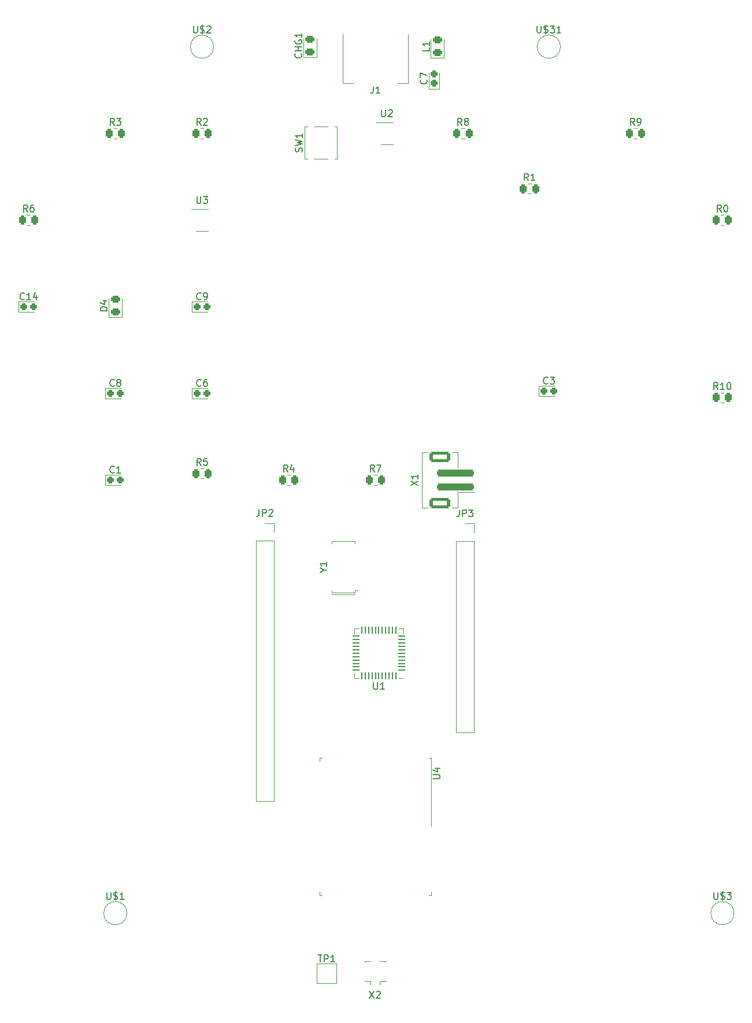
<source format=gbr>
%TF.GenerationSoftware,KiCad,Pcbnew,6.0.11-2627ca5db0~126~ubuntu20.04.1*%
%TF.CreationDate,2023-02-12T02:05:53+01:00*%
%TF.ProjectId,HeadTracker_LoRa,48656164-5472-4616-936b-65725f4c6f52,rev?*%
%TF.SameCoordinates,Original*%
%TF.FileFunction,Legend,Top*%
%TF.FilePolarity,Positive*%
%FSLAX46Y46*%
G04 Gerber Fmt 4.6, Leading zero omitted, Abs format (unit mm)*
G04 Created by KiCad (PCBNEW 6.0.11-2627ca5db0~126~ubuntu20.04.1) date 2023-02-12 02:05:53*
%MOMM*%
%LPD*%
G01*
G04 APERTURE LIST*
G04 Aperture macros list*
%AMRoundRect*
0 Rectangle with rounded corners*
0 $1 Rounding radius*
0 $2 $3 $4 $5 $6 $7 $8 $9 X,Y pos of 4 corners*
0 Add a 4 corners polygon primitive as box body*
4,1,4,$2,$3,$4,$5,$6,$7,$8,$9,$2,$3,0*
0 Add four circle primitives for the rounded corners*
1,1,$1+$1,$2,$3*
1,1,$1+$1,$4,$5*
1,1,$1+$1,$6,$7*
1,1,$1+$1,$8,$9*
0 Add four rect primitives between the rounded corners*
20,1,$1+$1,$2,$3,$4,$5,0*
20,1,$1+$1,$4,$5,$6,$7,0*
20,1,$1+$1,$6,$7,$8,$9,0*
20,1,$1+$1,$8,$9,$2,$3,0*%
G04 Aperture macros list end*
%ADD10C,0.150000*%
%ADD11C,0.120000*%
%ADD12C,0.100000*%
%ADD13R,3.800000X1.400000*%
%ADD14R,1.050000X2.200000*%
%ADD15R,1.000000X1.000000*%
%ADD16RoundRect,0.250000X2.500000X-0.250000X2.500000X0.250000X-2.500000X0.250000X-2.500000X-0.250000X0*%
%ADD17RoundRect,0.250000X1.250000X-0.550000X1.250000X0.550000X-1.250000X0.550000X-1.250000X-0.550000X0*%
%ADD18R,1.000000X2.500000*%
%ADD19R,1.060000X0.650000*%
%ADD20RoundRect,0.062500X0.475000X0.062500X-0.475000X0.062500X-0.475000X-0.062500X0.475000X-0.062500X0*%
%ADD21RoundRect,0.062500X0.062500X0.475000X-0.062500X0.475000X-0.062500X-0.475000X0.062500X-0.475000X0*%
%ADD22R,5.200000X5.200000*%
%ADD23C,3.000000*%
%ADD24R,2.500000X2.500000*%
%ADD25R,1.400000X1.600000*%
%ADD26RoundRect,0.250000X-0.262500X-0.450000X0.262500X-0.450000X0.262500X0.450000X-0.262500X0.450000X0*%
%ADD27RoundRect,0.243750X0.456250X-0.243750X0.456250X0.243750X-0.456250X0.243750X-0.456250X-0.243750X0*%
%ADD28R,1.700000X1.700000*%
%ADD29O,1.700000X1.700000*%
%ADD30O,0.800000X1.400000*%
%ADD31R,0.300000X0.700000*%
%ADD32O,0.950000X0.650000*%
%ADD33C,0.650000*%
%ADD34RoundRect,0.250000X-0.287500X-0.275000X0.287500X-0.275000X0.287500X0.275000X-0.287500X0.275000X0*%
%ADD35RoundRect,0.250000X0.275000X-0.287500X0.275000X0.287500X-0.275000X0.287500X-0.275000X-0.287500X0*%
G04 APERTURE END LIST*
D10*
%TO.C,Y1*%
X144798971Y-114824054D02*
X145275161Y-114824054D01*
X144275161Y-115157387D02*
X144798971Y-114824054D01*
X144275161Y-114490721D01*
X145275161Y-113633578D02*
X145275161Y-114205006D01*
X145275161Y-113919292D02*
X144275161Y-113919292D01*
X144418019Y-114014530D01*
X144513257Y-114109768D01*
X144560876Y-114205006D01*
%TO.C,X2*%
X151540476Y-176552380D02*
X152207142Y-177552380D01*
X152207142Y-176552380D02*
X151540476Y-177552380D01*
X152540476Y-176647619D02*
X152588095Y-176600000D01*
X152683333Y-176552380D01*
X152921428Y-176552380D01*
X153016666Y-176600000D01*
X153064285Y-176647619D01*
X153111904Y-176742857D01*
X153111904Y-176838095D01*
X153064285Y-176980952D01*
X152492857Y-177552380D01*
X153111904Y-177552380D01*
%TO.C,X1*%
X157602380Y-102409523D02*
X158602380Y-101742857D01*
X157602380Y-101742857D02*
X158602380Y-102409523D01*
X158602380Y-100838095D02*
X158602380Y-101409523D01*
X158602380Y-101123809D02*
X157602380Y-101123809D01*
X157745238Y-101219047D01*
X157840476Y-101314285D01*
X157888095Y-101409523D01*
%TO.C,U4*%
X160852380Y-145361904D02*
X161661904Y-145361904D01*
X161757142Y-145314285D01*
X161804761Y-145266666D01*
X161852380Y-145171428D01*
X161852380Y-144980952D01*
X161804761Y-144885714D01*
X161757142Y-144838095D01*
X161661904Y-144790476D01*
X160852380Y-144790476D01*
X161185714Y-143885714D02*
X161852380Y-143885714D01*
X160804761Y-144123809D02*
X161519047Y-144361904D01*
X161519047Y-143742857D01*
%TO.C,U3*%
X126238095Y-60052380D02*
X126238095Y-60861904D01*
X126285714Y-60957142D01*
X126333333Y-61004761D01*
X126428571Y-61052380D01*
X126619047Y-61052380D01*
X126714285Y-61004761D01*
X126761904Y-60957142D01*
X126809523Y-60861904D01*
X126809523Y-60052380D01*
X127190476Y-60052380D02*
X127809523Y-60052380D01*
X127476190Y-60433333D01*
X127619047Y-60433333D01*
X127714285Y-60480952D01*
X127761904Y-60528571D01*
X127809523Y-60623809D01*
X127809523Y-60861904D01*
X127761904Y-60957142D01*
X127714285Y-61004761D01*
X127619047Y-61052380D01*
X127333333Y-61052380D01*
X127238095Y-61004761D01*
X127190476Y-60957142D01*
%TO.C,U2*%
X153303095Y-47352380D02*
X153303095Y-48161904D01*
X153350714Y-48257142D01*
X153398333Y-48304761D01*
X153493571Y-48352380D01*
X153684047Y-48352380D01*
X153779285Y-48304761D01*
X153826904Y-48257142D01*
X153874523Y-48161904D01*
X153874523Y-47352380D01*
X154303095Y-47447619D02*
X154350714Y-47400000D01*
X154445952Y-47352380D01*
X154684047Y-47352380D01*
X154779285Y-47400000D01*
X154826904Y-47447619D01*
X154874523Y-47542857D01*
X154874523Y-47638095D01*
X154826904Y-47780952D01*
X154255476Y-48352380D01*
X154874523Y-48352380D01*
%TO.C,U1*%
X152138095Y-131272380D02*
X152138095Y-132081904D01*
X152185714Y-132177142D01*
X152233333Y-132224761D01*
X152328571Y-132272380D01*
X152519047Y-132272380D01*
X152614285Y-132224761D01*
X152661904Y-132177142D01*
X152709523Y-132081904D01*
X152709523Y-131272380D01*
X153709523Y-132272380D02*
X153138095Y-132272380D01*
X153423809Y-132272380D02*
X153423809Y-131272380D01*
X153328571Y-131415238D01*
X153233333Y-131510476D01*
X153138095Y-131558095D01*
%TO.C,U$31*%
X176085714Y-35054380D02*
X176085714Y-35863904D01*
X176133333Y-35959142D01*
X176180952Y-36006761D01*
X176276190Y-36054380D01*
X176466666Y-36054380D01*
X176561904Y-36006761D01*
X176609523Y-35959142D01*
X176657142Y-35863904D01*
X176657142Y-35054380D01*
X177085714Y-36006761D02*
X177228571Y-36054380D01*
X177466666Y-36054380D01*
X177561904Y-36006761D01*
X177609523Y-35959142D01*
X177657142Y-35863904D01*
X177657142Y-35768666D01*
X177609523Y-35673428D01*
X177561904Y-35625809D01*
X177466666Y-35578190D01*
X177276190Y-35530571D01*
X177180952Y-35482952D01*
X177133333Y-35435333D01*
X177085714Y-35340095D01*
X177085714Y-35244857D01*
X177133333Y-35149619D01*
X177180952Y-35102000D01*
X177276190Y-35054380D01*
X177514285Y-35054380D01*
X177657142Y-35102000D01*
X177371428Y-34911523D02*
X177371428Y-36197238D01*
X177990476Y-35054380D02*
X178609523Y-35054380D01*
X178276190Y-35435333D01*
X178419047Y-35435333D01*
X178514285Y-35482952D01*
X178561904Y-35530571D01*
X178609523Y-35625809D01*
X178609523Y-35863904D01*
X178561904Y-35959142D01*
X178514285Y-36006761D01*
X178419047Y-36054380D01*
X178133333Y-36054380D01*
X178038095Y-36006761D01*
X177990476Y-35959142D01*
X179561904Y-36054380D02*
X178990476Y-36054380D01*
X179276190Y-36054380D02*
X179276190Y-35054380D01*
X179180952Y-35197238D01*
X179085714Y-35292476D01*
X178990476Y-35340095D01*
%TO.C,U$3*%
X201986904Y-162054380D02*
X201986904Y-162863904D01*
X202034523Y-162959142D01*
X202082142Y-163006761D01*
X202177380Y-163054380D01*
X202367857Y-163054380D01*
X202463095Y-163006761D01*
X202510714Y-162959142D01*
X202558333Y-162863904D01*
X202558333Y-162054380D01*
X202986904Y-163006761D02*
X203129761Y-163054380D01*
X203367857Y-163054380D01*
X203463095Y-163006761D01*
X203510714Y-162959142D01*
X203558333Y-162863904D01*
X203558333Y-162768666D01*
X203510714Y-162673428D01*
X203463095Y-162625809D01*
X203367857Y-162578190D01*
X203177380Y-162530571D01*
X203082142Y-162482952D01*
X203034523Y-162435333D01*
X202986904Y-162340095D01*
X202986904Y-162244857D01*
X203034523Y-162149619D01*
X203082142Y-162102000D01*
X203177380Y-162054380D01*
X203415476Y-162054380D01*
X203558333Y-162102000D01*
X203272619Y-161911523D02*
X203272619Y-163197238D01*
X203891666Y-162054380D02*
X204510714Y-162054380D01*
X204177380Y-162435333D01*
X204320238Y-162435333D01*
X204415476Y-162482952D01*
X204463095Y-162530571D01*
X204510714Y-162625809D01*
X204510714Y-162863904D01*
X204463095Y-162959142D01*
X204415476Y-163006761D01*
X204320238Y-163054380D01*
X204034523Y-163054380D01*
X203939285Y-163006761D01*
X203891666Y-162959142D01*
%TO.C,U$2*%
X125761904Y-35054380D02*
X125761904Y-35863904D01*
X125809523Y-35959142D01*
X125857142Y-36006761D01*
X125952380Y-36054380D01*
X126142857Y-36054380D01*
X126238095Y-36006761D01*
X126285714Y-35959142D01*
X126333333Y-35863904D01*
X126333333Y-35054380D01*
X126761904Y-36006761D02*
X126904761Y-36054380D01*
X127142857Y-36054380D01*
X127238095Y-36006761D01*
X127285714Y-35959142D01*
X127333333Y-35863904D01*
X127333333Y-35768666D01*
X127285714Y-35673428D01*
X127238095Y-35625809D01*
X127142857Y-35578190D01*
X126952380Y-35530571D01*
X126857142Y-35482952D01*
X126809523Y-35435333D01*
X126761904Y-35340095D01*
X126761904Y-35244857D01*
X126809523Y-35149619D01*
X126857142Y-35102000D01*
X126952380Y-35054380D01*
X127190476Y-35054380D01*
X127333333Y-35102000D01*
X127047619Y-34911523D02*
X127047619Y-36197238D01*
X127714285Y-35149619D02*
X127761904Y-35102000D01*
X127857142Y-35054380D01*
X128095238Y-35054380D01*
X128190476Y-35102000D01*
X128238095Y-35149619D01*
X128285714Y-35244857D01*
X128285714Y-35340095D01*
X128238095Y-35482952D01*
X127666666Y-36054380D01*
X128285714Y-36054380D01*
%TO.C,U$1*%
X113061904Y-162054380D02*
X113061904Y-162863904D01*
X113109523Y-162959142D01*
X113157142Y-163006761D01*
X113252380Y-163054380D01*
X113442857Y-163054380D01*
X113538095Y-163006761D01*
X113585714Y-162959142D01*
X113633333Y-162863904D01*
X113633333Y-162054380D01*
X114061904Y-163006761D02*
X114204761Y-163054380D01*
X114442857Y-163054380D01*
X114538095Y-163006761D01*
X114585714Y-162959142D01*
X114633333Y-162863904D01*
X114633333Y-162768666D01*
X114585714Y-162673428D01*
X114538095Y-162625809D01*
X114442857Y-162578190D01*
X114252380Y-162530571D01*
X114157142Y-162482952D01*
X114109523Y-162435333D01*
X114061904Y-162340095D01*
X114061904Y-162244857D01*
X114109523Y-162149619D01*
X114157142Y-162102000D01*
X114252380Y-162054380D01*
X114490476Y-162054380D01*
X114633333Y-162102000D01*
X114347619Y-161911523D02*
X114347619Y-163197238D01*
X115585714Y-163054380D02*
X115014285Y-163054380D01*
X115300000Y-163054380D02*
X115300000Y-162054380D01*
X115204761Y-162197238D01*
X115109523Y-162292476D01*
X115014285Y-162340095D01*
%TO.C,TP1*%
X144011455Y-171244823D02*
X144582883Y-171244823D01*
X144297169Y-172244823D02*
X144297169Y-171244823D01*
X144916217Y-172244823D02*
X144916217Y-171244823D01*
X145297169Y-171244823D01*
X145392407Y-171292443D01*
X145440026Y-171340062D01*
X145487645Y-171435300D01*
X145487645Y-171578157D01*
X145440026Y-171673395D01*
X145392407Y-171721014D01*
X145297169Y-171768633D01*
X144916217Y-171768633D01*
X146440026Y-172244823D02*
X145868598Y-172244823D01*
X146154312Y-172244823D02*
X146154312Y-171244823D01*
X146059074Y-171387681D01*
X145963836Y-171482919D01*
X145868598Y-171530538D01*
%TO.C,SW1*%
X141624761Y-53503333D02*
X141672380Y-53360476D01*
X141672380Y-53122380D01*
X141624761Y-53027142D01*
X141577142Y-52979523D01*
X141481904Y-52931904D01*
X141386666Y-52931904D01*
X141291428Y-52979523D01*
X141243809Y-53027142D01*
X141196190Y-53122380D01*
X141148571Y-53312857D01*
X141100952Y-53408095D01*
X141053333Y-53455714D01*
X140958095Y-53503333D01*
X140862857Y-53503333D01*
X140767619Y-53455714D01*
X140720000Y-53408095D01*
X140672380Y-53312857D01*
X140672380Y-53074761D01*
X140720000Y-52931904D01*
X140672380Y-52598571D02*
X141672380Y-52360476D01*
X140958095Y-52170000D01*
X141672380Y-51979523D01*
X140672380Y-51741428D01*
X141672380Y-50836666D02*
X141672380Y-51408095D01*
X141672380Y-51122380D02*
X140672380Y-51122380D01*
X140815238Y-51217619D01*
X140910476Y-51312857D01*
X140958095Y-51408095D01*
%TO.C,R10*%
X202557142Y-88327380D02*
X202223809Y-87851190D01*
X201985714Y-88327380D02*
X201985714Y-87327380D01*
X202366666Y-87327380D01*
X202461904Y-87375000D01*
X202509523Y-87422619D01*
X202557142Y-87517857D01*
X202557142Y-87660714D01*
X202509523Y-87755952D01*
X202461904Y-87803571D01*
X202366666Y-87851190D01*
X201985714Y-87851190D01*
X203509523Y-88327380D02*
X202938095Y-88327380D01*
X203223809Y-88327380D02*
X203223809Y-87327380D01*
X203128571Y-87470238D01*
X203033333Y-87565476D01*
X202938095Y-87613095D01*
X204128571Y-87327380D02*
X204223809Y-87327380D01*
X204319047Y-87375000D01*
X204366666Y-87422619D01*
X204414285Y-87517857D01*
X204461904Y-87708333D01*
X204461904Y-87946428D01*
X204414285Y-88136904D01*
X204366666Y-88232142D01*
X204319047Y-88279761D01*
X204223809Y-88327380D01*
X204128571Y-88327380D01*
X204033333Y-88279761D01*
X203985714Y-88232142D01*
X203938095Y-88136904D01*
X203890476Y-87946428D01*
X203890476Y-87708333D01*
X203938095Y-87517857D01*
X203985714Y-87422619D01*
X204033333Y-87375000D01*
X204128571Y-87327380D01*
%TO.C,R9*%
X190333333Y-49602380D02*
X190000000Y-49126190D01*
X189761904Y-49602380D02*
X189761904Y-48602380D01*
X190142857Y-48602380D01*
X190238095Y-48650000D01*
X190285714Y-48697619D01*
X190333333Y-48792857D01*
X190333333Y-48935714D01*
X190285714Y-49030952D01*
X190238095Y-49078571D01*
X190142857Y-49126190D01*
X189761904Y-49126190D01*
X190809523Y-49602380D02*
X191000000Y-49602380D01*
X191095238Y-49554761D01*
X191142857Y-49507142D01*
X191238095Y-49364285D01*
X191285714Y-49173809D01*
X191285714Y-48792857D01*
X191238095Y-48697619D01*
X191190476Y-48650000D01*
X191095238Y-48602380D01*
X190904761Y-48602380D01*
X190809523Y-48650000D01*
X190761904Y-48697619D01*
X190714285Y-48792857D01*
X190714285Y-49030952D01*
X190761904Y-49126190D01*
X190809523Y-49173809D01*
X190904761Y-49221428D01*
X191095238Y-49221428D01*
X191190476Y-49173809D01*
X191238095Y-49126190D01*
X191285714Y-49030952D01*
%TO.C,R8*%
X165054205Y-49602380D02*
X164720872Y-49126190D01*
X164482776Y-49602380D02*
X164482776Y-48602380D01*
X164863729Y-48602380D01*
X164958967Y-48650000D01*
X165006586Y-48697619D01*
X165054205Y-48792857D01*
X165054205Y-48935714D01*
X165006586Y-49030952D01*
X164958967Y-49078571D01*
X164863729Y-49126190D01*
X164482776Y-49126190D01*
X165625633Y-49030952D02*
X165530395Y-48983333D01*
X165482776Y-48935714D01*
X165435157Y-48840476D01*
X165435157Y-48792857D01*
X165482776Y-48697619D01*
X165530395Y-48650000D01*
X165625633Y-48602380D01*
X165816110Y-48602380D01*
X165911348Y-48650000D01*
X165958967Y-48697619D01*
X166006586Y-48792857D01*
X166006586Y-48840476D01*
X165958967Y-48935714D01*
X165911348Y-48983333D01*
X165816110Y-49030952D01*
X165625633Y-49030952D01*
X165530395Y-49078571D01*
X165482776Y-49126190D01*
X165435157Y-49221428D01*
X165435157Y-49411904D01*
X165482776Y-49507142D01*
X165530395Y-49554761D01*
X165625633Y-49602380D01*
X165816110Y-49602380D01*
X165911348Y-49554761D01*
X165958967Y-49507142D01*
X166006586Y-49411904D01*
X166006586Y-49221428D01*
X165958967Y-49126190D01*
X165911348Y-49078571D01*
X165816110Y-49030952D01*
%TO.C,R7*%
X152233333Y-100402380D02*
X151900000Y-99926190D01*
X151661904Y-100402380D02*
X151661904Y-99402380D01*
X152042857Y-99402380D01*
X152138095Y-99450000D01*
X152185714Y-99497619D01*
X152233333Y-99592857D01*
X152233333Y-99735714D01*
X152185714Y-99830952D01*
X152138095Y-99878571D01*
X152042857Y-99926190D01*
X151661904Y-99926190D01*
X152566666Y-99402380D02*
X153233333Y-99402380D01*
X152804761Y-100402380D01*
%TO.C,R6*%
X101433333Y-62302380D02*
X101100000Y-61826190D01*
X100861904Y-62302380D02*
X100861904Y-61302380D01*
X101242857Y-61302380D01*
X101338095Y-61350000D01*
X101385714Y-61397619D01*
X101433333Y-61492857D01*
X101433333Y-61635714D01*
X101385714Y-61730952D01*
X101338095Y-61778571D01*
X101242857Y-61826190D01*
X100861904Y-61826190D01*
X102290476Y-61302380D02*
X102100000Y-61302380D01*
X102004761Y-61350000D01*
X101957142Y-61397619D01*
X101861904Y-61540476D01*
X101814285Y-61730952D01*
X101814285Y-62111904D01*
X101861904Y-62207142D01*
X101909523Y-62254761D01*
X102004761Y-62302380D01*
X102195238Y-62302380D01*
X102290476Y-62254761D01*
X102338095Y-62207142D01*
X102385714Y-62111904D01*
X102385714Y-61873809D01*
X102338095Y-61778571D01*
X102290476Y-61730952D01*
X102195238Y-61683333D01*
X102004761Y-61683333D01*
X101909523Y-61730952D01*
X101861904Y-61778571D01*
X101814285Y-61873809D01*
%TO.C,R5*%
X126833333Y-99452380D02*
X126500000Y-98976190D01*
X126261904Y-99452380D02*
X126261904Y-98452380D01*
X126642857Y-98452380D01*
X126738095Y-98500000D01*
X126785714Y-98547619D01*
X126833333Y-98642857D01*
X126833333Y-98785714D01*
X126785714Y-98880952D01*
X126738095Y-98928571D01*
X126642857Y-98976190D01*
X126261904Y-98976190D01*
X127738095Y-98452380D02*
X127261904Y-98452380D01*
X127214285Y-98928571D01*
X127261904Y-98880952D01*
X127357142Y-98833333D01*
X127595238Y-98833333D01*
X127690476Y-98880952D01*
X127738095Y-98928571D01*
X127785714Y-99023809D01*
X127785714Y-99261904D01*
X127738095Y-99357142D01*
X127690476Y-99404761D01*
X127595238Y-99452380D01*
X127357142Y-99452380D01*
X127261904Y-99404761D01*
X127214285Y-99357142D01*
%TO.C,R4*%
X139533333Y-100402380D02*
X139200000Y-99926190D01*
X138961904Y-100402380D02*
X138961904Y-99402380D01*
X139342857Y-99402380D01*
X139438095Y-99450000D01*
X139485714Y-99497619D01*
X139533333Y-99592857D01*
X139533333Y-99735714D01*
X139485714Y-99830952D01*
X139438095Y-99878571D01*
X139342857Y-99926190D01*
X138961904Y-99926190D01*
X140390476Y-99735714D02*
X140390476Y-100402380D01*
X140152380Y-99354761D02*
X139914285Y-100069047D01*
X140533333Y-100069047D01*
%TO.C,R3*%
X114133333Y-49602380D02*
X113800000Y-49126190D01*
X113561904Y-49602380D02*
X113561904Y-48602380D01*
X113942857Y-48602380D01*
X114038095Y-48650000D01*
X114085714Y-48697619D01*
X114133333Y-48792857D01*
X114133333Y-48935714D01*
X114085714Y-49030952D01*
X114038095Y-49078571D01*
X113942857Y-49126190D01*
X113561904Y-49126190D01*
X114466666Y-48602380D02*
X115085714Y-48602380D01*
X114752380Y-48983333D01*
X114895238Y-48983333D01*
X114990476Y-49030952D01*
X115038095Y-49078571D01*
X115085714Y-49173809D01*
X115085714Y-49411904D01*
X115038095Y-49507142D01*
X114990476Y-49554761D01*
X114895238Y-49602380D01*
X114609523Y-49602380D01*
X114514285Y-49554761D01*
X114466666Y-49507142D01*
%TO.C,R2*%
X126833333Y-49602380D02*
X126500000Y-49126190D01*
X126261904Y-49602380D02*
X126261904Y-48602380D01*
X126642857Y-48602380D01*
X126738095Y-48650000D01*
X126785714Y-48697619D01*
X126833333Y-48792857D01*
X126833333Y-48935714D01*
X126785714Y-49030952D01*
X126738095Y-49078571D01*
X126642857Y-49126190D01*
X126261904Y-49126190D01*
X127214285Y-48697619D02*
X127261904Y-48650000D01*
X127357142Y-48602380D01*
X127595238Y-48602380D01*
X127690476Y-48650000D01*
X127738095Y-48697619D01*
X127785714Y-48792857D01*
X127785714Y-48888095D01*
X127738095Y-49030952D01*
X127166666Y-49602380D01*
X127785714Y-49602380D01*
%TO.C,R1*%
X174808333Y-57702380D02*
X174475000Y-57226190D01*
X174236904Y-57702380D02*
X174236904Y-56702380D01*
X174617857Y-56702380D01*
X174713095Y-56750000D01*
X174760714Y-56797619D01*
X174808333Y-56892857D01*
X174808333Y-57035714D01*
X174760714Y-57130952D01*
X174713095Y-57178571D01*
X174617857Y-57226190D01*
X174236904Y-57226190D01*
X175760714Y-57702380D02*
X175189285Y-57702380D01*
X175475000Y-57702380D02*
X175475000Y-56702380D01*
X175379761Y-56845238D01*
X175284523Y-56940476D01*
X175189285Y-56988095D01*
%TO.C,R0*%
X203033333Y-62302380D02*
X202700000Y-61826190D01*
X202461904Y-62302380D02*
X202461904Y-61302380D01*
X202842857Y-61302380D01*
X202938095Y-61350000D01*
X202985714Y-61397619D01*
X203033333Y-61492857D01*
X203033333Y-61635714D01*
X202985714Y-61730952D01*
X202938095Y-61778571D01*
X202842857Y-61826190D01*
X202461904Y-61826190D01*
X203652380Y-61302380D02*
X203747619Y-61302380D01*
X203842857Y-61350000D01*
X203890476Y-61397619D01*
X203938095Y-61492857D01*
X203985714Y-61683333D01*
X203985714Y-61921428D01*
X203938095Y-62111904D01*
X203890476Y-62207142D01*
X203842857Y-62254761D01*
X203747619Y-62302380D01*
X203652380Y-62302380D01*
X203557142Y-62254761D01*
X203509523Y-62207142D01*
X203461904Y-62111904D01*
X203414285Y-61921428D01*
X203414285Y-61683333D01*
X203461904Y-61492857D01*
X203509523Y-61397619D01*
X203557142Y-61350000D01*
X203652380Y-61302380D01*
%TO.C,L1*%
X160272380Y-38219166D02*
X160272380Y-38695357D01*
X159272380Y-38695357D01*
X160272380Y-37362023D02*
X160272380Y-37933452D01*
X160272380Y-37647738D02*
X159272380Y-37647738D01*
X159415238Y-37742976D01*
X159510476Y-37838214D01*
X159558095Y-37933452D01*
%TO.C,JP3*%
X164695350Y-105981784D02*
X164695350Y-106696070D01*
X164647731Y-106838927D01*
X164552493Y-106934165D01*
X164409636Y-106981784D01*
X164314398Y-106981784D01*
X165171541Y-106981784D02*
X165171541Y-105981784D01*
X165552493Y-105981784D01*
X165647731Y-106029404D01*
X165695350Y-106077023D01*
X165742969Y-106172261D01*
X165742969Y-106315118D01*
X165695350Y-106410356D01*
X165647731Y-106457975D01*
X165552493Y-106505594D01*
X165171541Y-106505594D01*
X166076303Y-105981784D02*
X166695350Y-105981784D01*
X166362017Y-106362737D01*
X166504874Y-106362737D01*
X166600112Y-106410356D01*
X166647731Y-106457975D01*
X166695350Y-106553213D01*
X166695350Y-106791308D01*
X166647731Y-106886546D01*
X166600112Y-106934165D01*
X166504874Y-106981784D01*
X166219160Y-106981784D01*
X166123922Y-106934165D01*
X166076303Y-106886546D01*
%TO.C,JP2*%
X135367163Y-105932380D02*
X135367163Y-106646666D01*
X135319544Y-106789523D01*
X135224306Y-106884761D01*
X135081449Y-106932380D01*
X134986211Y-106932380D01*
X135843354Y-106932380D02*
X135843354Y-105932380D01*
X136224306Y-105932380D01*
X136319544Y-105980000D01*
X136367163Y-106027619D01*
X136414782Y-106122857D01*
X136414782Y-106265714D01*
X136367163Y-106360952D01*
X136319544Y-106408571D01*
X136224306Y-106456190D01*
X135843354Y-106456190D01*
X136795735Y-106027619D02*
X136843354Y-105980000D01*
X136938592Y-105932380D01*
X137176687Y-105932380D01*
X137271925Y-105980000D01*
X137319544Y-106027619D01*
X137367163Y-106122857D01*
X137367163Y-106218095D01*
X137319544Y-106360952D01*
X136748116Y-106932380D01*
X137367163Y-106932380D01*
%TO.C,J1*%
X152066666Y-43912380D02*
X152066666Y-44626666D01*
X152019047Y-44769523D01*
X151923809Y-44864761D01*
X151780952Y-44912380D01*
X151685714Y-44912380D01*
X153066666Y-44912380D02*
X152495238Y-44912380D01*
X152780952Y-44912380D02*
X152780952Y-43912380D01*
X152685714Y-44055238D01*
X152590476Y-44150476D01*
X152495238Y-44198095D01*
%TO.C,D4*%
X113102380Y-76788095D02*
X112102380Y-76788095D01*
X112102380Y-76550000D01*
X112150000Y-76407142D01*
X112245238Y-76311904D01*
X112340476Y-76264285D01*
X112530952Y-76216666D01*
X112673809Y-76216666D01*
X112864285Y-76264285D01*
X112959523Y-76311904D01*
X113054761Y-76407142D01*
X113102380Y-76550000D01*
X113102380Y-76788095D01*
X112435714Y-75359523D02*
X113102380Y-75359523D01*
X112054761Y-75597619D02*
X112769047Y-75835714D01*
X112769047Y-75216666D01*
%TO.C,CHG1*%
X141517142Y-39140476D02*
X141564761Y-39188095D01*
X141612380Y-39330952D01*
X141612380Y-39426190D01*
X141564761Y-39569047D01*
X141469523Y-39664285D01*
X141374285Y-39711904D01*
X141183809Y-39759523D01*
X141040952Y-39759523D01*
X140850476Y-39711904D01*
X140755238Y-39664285D01*
X140660000Y-39569047D01*
X140612380Y-39426190D01*
X140612380Y-39330952D01*
X140660000Y-39188095D01*
X140707619Y-39140476D01*
X141612380Y-38711904D02*
X140612380Y-38711904D01*
X141088571Y-38711904D02*
X141088571Y-38140476D01*
X141612380Y-38140476D02*
X140612380Y-38140476D01*
X140660000Y-37140476D02*
X140612380Y-37235714D01*
X140612380Y-37378571D01*
X140660000Y-37521428D01*
X140755238Y-37616666D01*
X140850476Y-37664285D01*
X141040952Y-37711904D01*
X141183809Y-37711904D01*
X141374285Y-37664285D01*
X141469523Y-37616666D01*
X141564761Y-37521428D01*
X141612380Y-37378571D01*
X141612380Y-37283333D01*
X141564761Y-37140476D01*
X141517142Y-37092857D01*
X141183809Y-37092857D01*
X141183809Y-37283333D01*
X141612380Y-36140476D02*
X141612380Y-36711904D01*
X141612380Y-36426190D02*
X140612380Y-36426190D01*
X140755238Y-36521428D01*
X140850476Y-36616666D01*
X140898095Y-36711904D01*
%TO.C,C14*%
X100957142Y-75077142D02*
X100909523Y-75124761D01*
X100766666Y-75172380D01*
X100671428Y-75172380D01*
X100528571Y-75124761D01*
X100433333Y-75029523D01*
X100385714Y-74934285D01*
X100338095Y-74743809D01*
X100338095Y-74600952D01*
X100385714Y-74410476D01*
X100433333Y-74315238D01*
X100528571Y-74220000D01*
X100671428Y-74172380D01*
X100766666Y-74172380D01*
X100909523Y-74220000D01*
X100957142Y-74267619D01*
X101909523Y-75172380D02*
X101338095Y-75172380D01*
X101623809Y-75172380D02*
X101623809Y-74172380D01*
X101528571Y-74315238D01*
X101433333Y-74410476D01*
X101338095Y-74458095D01*
X102766666Y-74505714D02*
X102766666Y-75172380D01*
X102528571Y-74124761D02*
X102290476Y-74839047D01*
X102909523Y-74839047D01*
%TO.C,C9*%
X126833333Y-75077142D02*
X126785714Y-75124761D01*
X126642857Y-75172380D01*
X126547619Y-75172380D01*
X126404761Y-75124761D01*
X126309523Y-75029523D01*
X126261904Y-74934285D01*
X126214285Y-74743809D01*
X126214285Y-74600952D01*
X126261904Y-74410476D01*
X126309523Y-74315238D01*
X126404761Y-74220000D01*
X126547619Y-74172380D01*
X126642857Y-74172380D01*
X126785714Y-74220000D01*
X126833333Y-74267619D01*
X127309523Y-75172380D02*
X127500000Y-75172380D01*
X127595238Y-75124761D01*
X127642857Y-75077142D01*
X127738095Y-74934285D01*
X127785714Y-74743809D01*
X127785714Y-74362857D01*
X127738095Y-74267619D01*
X127690476Y-74220000D01*
X127595238Y-74172380D01*
X127404761Y-74172380D01*
X127309523Y-74220000D01*
X127261904Y-74267619D01*
X127214285Y-74362857D01*
X127214285Y-74600952D01*
X127261904Y-74696190D01*
X127309523Y-74743809D01*
X127404761Y-74791428D01*
X127595238Y-74791428D01*
X127690476Y-74743809D01*
X127738095Y-74696190D01*
X127785714Y-74600952D01*
%TO.C,C8*%
X114133333Y-87777142D02*
X114085714Y-87824761D01*
X113942857Y-87872380D01*
X113847619Y-87872380D01*
X113704761Y-87824761D01*
X113609523Y-87729523D01*
X113561904Y-87634285D01*
X113514285Y-87443809D01*
X113514285Y-87300952D01*
X113561904Y-87110476D01*
X113609523Y-87015238D01*
X113704761Y-86920000D01*
X113847619Y-86872380D01*
X113942857Y-86872380D01*
X114085714Y-86920000D01*
X114133333Y-86967619D01*
X114704761Y-87300952D02*
X114609523Y-87253333D01*
X114561904Y-87205714D01*
X114514285Y-87110476D01*
X114514285Y-87062857D01*
X114561904Y-86967619D01*
X114609523Y-86920000D01*
X114704761Y-86872380D01*
X114895238Y-86872380D01*
X114990476Y-86920000D01*
X115038095Y-86967619D01*
X115085714Y-87062857D01*
X115085714Y-87110476D01*
X115038095Y-87205714D01*
X114990476Y-87253333D01*
X114895238Y-87300952D01*
X114704761Y-87300952D01*
X114609523Y-87348571D01*
X114561904Y-87396190D01*
X114514285Y-87491428D01*
X114514285Y-87681904D01*
X114561904Y-87777142D01*
X114609523Y-87824761D01*
X114704761Y-87872380D01*
X114895238Y-87872380D01*
X114990476Y-87824761D01*
X115038095Y-87777142D01*
X115085714Y-87681904D01*
X115085714Y-87491428D01*
X115038095Y-87396190D01*
X114990476Y-87348571D01*
X114895238Y-87300952D01*
%TO.C,C7*%
X159879445Y-42929694D02*
X159927064Y-42977313D01*
X159974683Y-43120170D01*
X159974683Y-43215408D01*
X159927064Y-43358266D01*
X159831826Y-43453504D01*
X159736588Y-43501123D01*
X159546112Y-43548742D01*
X159403255Y-43548742D01*
X159212779Y-43501123D01*
X159117541Y-43453504D01*
X159022303Y-43358266D01*
X158974683Y-43215408D01*
X158974683Y-43120170D01*
X159022303Y-42977313D01*
X159069922Y-42929694D01*
X158974683Y-42596361D02*
X158974683Y-41929694D01*
X159974683Y-42358266D01*
%TO.C,C6*%
X126833333Y-87777142D02*
X126785714Y-87824761D01*
X126642857Y-87872380D01*
X126547619Y-87872380D01*
X126404761Y-87824761D01*
X126309523Y-87729523D01*
X126261904Y-87634285D01*
X126214285Y-87443809D01*
X126214285Y-87300952D01*
X126261904Y-87110476D01*
X126309523Y-87015238D01*
X126404761Y-86920000D01*
X126547619Y-86872380D01*
X126642857Y-86872380D01*
X126785714Y-86920000D01*
X126833333Y-86967619D01*
X127690476Y-86872380D02*
X127500000Y-86872380D01*
X127404761Y-86920000D01*
X127357142Y-86967619D01*
X127261904Y-87110476D01*
X127214285Y-87300952D01*
X127214285Y-87681904D01*
X127261904Y-87777142D01*
X127309523Y-87824761D01*
X127404761Y-87872380D01*
X127595238Y-87872380D01*
X127690476Y-87824761D01*
X127738095Y-87777142D01*
X127785714Y-87681904D01*
X127785714Y-87443809D01*
X127738095Y-87348571D01*
X127690476Y-87300952D01*
X127595238Y-87253333D01*
X127404761Y-87253333D01*
X127309523Y-87300952D01*
X127261904Y-87348571D01*
X127214285Y-87443809D01*
%TO.C,C3*%
X177633333Y-87437142D02*
X177585714Y-87484761D01*
X177442857Y-87532380D01*
X177347619Y-87532380D01*
X177204761Y-87484761D01*
X177109523Y-87389523D01*
X177061904Y-87294285D01*
X177014285Y-87103809D01*
X177014285Y-86960952D01*
X177061904Y-86770476D01*
X177109523Y-86675238D01*
X177204761Y-86580000D01*
X177347619Y-86532380D01*
X177442857Y-86532380D01*
X177585714Y-86580000D01*
X177633333Y-86627619D01*
X177966666Y-86532380D02*
X178585714Y-86532380D01*
X178252380Y-86913333D01*
X178395238Y-86913333D01*
X178490476Y-86960952D01*
X178538095Y-87008571D01*
X178585714Y-87103809D01*
X178585714Y-87341904D01*
X178538095Y-87437142D01*
X178490476Y-87484761D01*
X178395238Y-87532380D01*
X178109523Y-87532380D01*
X178014285Y-87484761D01*
X177966666Y-87437142D01*
%TO.C,C1*%
X114133333Y-100477142D02*
X114085714Y-100524761D01*
X113942857Y-100572380D01*
X113847619Y-100572380D01*
X113704761Y-100524761D01*
X113609523Y-100429523D01*
X113561904Y-100334285D01*
X113514285Y-100143809D01*
X113514285Y-100000952D01*
X113561904Y-99810476D01*
X113609523Y-99715238D01*
X113704761Y-99620000D01*
X113847619Y-99572380D01*
X113942857Y-99572380D01*
X114085714Y-99620000D01*
X114133333Y-99667619D01*
X115085714Y-100572380D02*
X114514285Y-100572380D01*
X114800000Y-100572380D02*
X114800000Y-99572380D01*
X114704761Y-99715238D01*
X114609523Y-99810476D01*
X114514285Y-99858095D01*
D11*
%TO.C,Y1*%
X146022781Y-110947864D02*
X146022781Y-110547864D01*
X146022781Y-110547864D02*
X149422781Y-110547864D01*
X149422781Y-110547864D02*
X149422781Y-110947864D01*
X146022781Y-118387864D02*
X149422781Y-118387864D01*
X149822781Y-117747864D02*
X149422781Y-117747864D01*
X149422781Y-117747864D02*
X149422781Y-118147864D01*
X149422781Y-118147864D02*
X146022781Y-118147864D01*
X146022781Y-118147864D02*
X146022781Y-117747864D01*
%TO.C,X2*%
X153050000Y-175100000D02*
X153050000Y-175600000D01*
X151650000Y-175100000D02*
X151650000Y-175600000D01*
X151650000Y-175100000D02*
X151050000Y-175100000D01*
X151050000Y-175100000D02*
X150850000Y-174900000D01*
X153850000Y-174900000D02*
X153850000Y-175100000D01*
X153850000Y-175100000D02*
X153050000Y-175100000D01*
X153050000Y-172100000D02*
X153850000Y-172100000D01*
X153850000Y-172100000D02*
X153850000Y-172300000D01*
X150850000Y-172300000D02*
X150850000Y-172100000D01*
X150850000Y-172100000D02*
X151650000Y-172100000D01*
%TO.C,X1*%
X163610000Y-105685000D02*
X164460000Y-105685000D01*
X164460000Y-105685000D02*
X164460000Y-103360000D01*
X164460000Y-103360000D02*
X166850000Y-103360000D01*
X163610000Y-97515000D02*
X164460000Y-97515000D01*
X164460000Y-97515000D02*
X164460000Y-99840000D01*
X160090000Y-105685000D02*
X159240000Y-105685000D01*
X159240000Y-105685000D02*
X159240000Y-97515000D01*
X159240000Y-97515000D02*
X160090000Y-97515000D01*
D12*
%TO.C,U4*%
X160600000Y-142350000D02*
X160600000Y-152350000D01*
X144200000Y-142350000D02*
X144200000Y-142850000D01*
X144600000Y-142350000D02*
X144200000Y-142350000D01*
X144200000Y-161950000D02*
X144200000Y-162450000D01*
X144600000Y-162450000D02*
X144200000Y-162450000D01*
X160600000Y-161950000D02*
X160600000Y-162450000D01*
X160600000Y-162450000D02*
X160200000Y-162450000D01*
X160600000Y-142350000D02*
X160200000Y-142350000D01*
D11*
%TO.C,U3*%
X126100000Y-65110000D02*
X127900000Y-65110000D01*
X127900000Y-61890000D02*
X125450000Y-61890000D01*
%TO.C,U2*%
X153165000Y-52410000D02*
X154965000Y-52410000D01*
X154965000Y-49190000D02*
X152515000Y-49190000D01*
%TO.C,U1*%
X150015000Y-130610000D02*
X149290000Y-130610000D01*
X149290000Y-130610000D02*
X149290000Y-129885000D01*
X155785000Y-123390000D02*
X156510000Y-123390000D01*
X156510000Y-123390000D02*
X156510000Y-124115000D01*
X150015000Y-123390000D02*
X149290000Y-123390000D01*
X149290000Y-123390000D02*
X149290000Y-124115000D01*
X155785000Y-130610000D02*
X156510000Y-130610000D01*
%TO.C,U$31*%
X179500000Y-38100000D02*
G75*
G03*
X179500000Y-38100000I-1700000J0D01*
G01*
%TO.C,U$3*%
X204925000Y-165100000D02*
G75*
G03*
X204925000Y-165100000I-1700000J0D01*
G01*
%TO.C,U$2*%
X128700000Y-38100000D02*
G75*
G03*
X128700000Y-38100000I-1700000J0D01*
G01*
%TO.C,U$1*%
X116000000Y-165100000D02*
G75*
G03*
X116000000Y-165100000I-1700000J0D01*
G01*
%TO.C,TP1*%
X143823360Y-172490443D02*
X146723360Y-172490443D01*
X146723360Y-172490443D02*
X146723360Y-175390443D01*
X146723360Y-175390443D02*
X143823360Y-175390443D01*
X143823360Y-175390443D02*
X143823360Y-172490443D01*
%TO.C,SW1*%
X142050000Y-54540000D02*
X142050000Y-49800000D01*
X142050000Y-54540000D02*
X142450000Y-54540000D01*
X142050000Y-49800000D02*
X142450000Y-49800000D01*
X146790000Y-54540000D02*
X146390000Y-54540000D01*
X146790000Y-54540000D02*
X146790000Y-49800000D01*
X146790000Y-49800000D02*
X146390000Y-49800000D01*
X145450000Y-49800000D02*
X143390000Y-49800000D01*
X145450000Y-54540000D02*
X143390000Y-54540000D01*
%TO.C,R10*%
X202972936Y-88790000D02*
X203427064Y-88790000D01*
X202972936Y-90260000D02*
X203427064Y-90260000D01*
%TO.C,R9*%
X190272936Y-50065000D02*
X190727064Y-50065000D01*
X190272936Y-51535000D02*
X190727064Y-51535000D01*
%TO.C,R8*%
X164993808Y-50065000D02*
X165447936Y-50065000D01*
X164993808Y-51535000D02*
X165447936Y-51535000D01*
%TO.C,R7*%
X152172936Y-100865000D02*
X152627064Y-100865000D01*
X152172936Y-102335000D02*
X152627064Y-102335000D01*
%TO.C,R6*%
X101372936Y-62765000D02*
X101827064Y-62765000D01*
X101372936Y-64235000D02*
X101827064Y-64235000D01*
%TO.C,R5*%
X126772936Y-99915000D02*
X127227064Y-99915000D01*
X126772936Y-101385000D02*
X127227064Y-101385000D01*
%TO.C,R4*%
X139472936Y-100865000D02*
X139927064Y-100865000D01*
X139472936Y-102335000D02*
X139927064Y-102335000D01*
%TO.C,R3*%
X114072936Y-50065000D02*
X114527064Y-50065000D01*
X114072936Y-51535000D02*
X114527064Y-51535000D01*
%TO.C,R2*%
X126772936Y-50065000D02*
X127227064Y-50065000D01*
X126772936Y-51535000D02*
X127227064Y-51535000D01*
%TO.C,R1*%
X174747936Y-58165000D02*
X175202064Y-58165000D01*
X174747936Y-59635000D02*
X175202064Y-59635000D01*
%TO.C,R0*%
X202972936Y-62765000D02*
X203427064Y-62765000D01*
X202972936Y-64235000D02*
X203427064Y-64235000D01*
%TO.C,L1*%
X160510000Y-37052500D02*
X160510000Y-39737500D01*
X160510000Y-39737500D02*
X162430000Y-39737500D01*
X162430000Y-39737500D02*
X162430000Y-37052500D01*
%TO.C,JP3*%
X164198684Y-110569404D02*
X166858684Y-110569404D01*
X164198684Y-110569404D02*
X164198684Y-138569404D01*
X164198684Y-138569404D02*
X166858684Y-138569404D01*
X166858684Y-110569404D02*
X166858684Y-138569404D01*
X166858684Y-107969404D02*
X166858684Y-109299404D01*
X165528684Y-107969404D02*
X166858684Y-107969404D01*
%TO.C,JP2*%
X134870497Y-110520000D02*
X137530497Y-110520000D01*
X134870497Y-110520000D02*
X134870497Y-148680000D01*
X134870497Y-148680000D02*
X137530497Y-148680000D01*
X137530497Y-110520000D02*
X137530497Y-148680000D01*
X137530497Y-107920000D02*
X137530497Y-109250000D01*
X136200497Y-107920000D02*
X137530497Y-107920000D01*
%TO.C,J1*%
X149150000Y-43470000D02*
X147650000Y-43470000D01*
X147650000Y-43470000D02*
X147650000Y-36210000D01*
X157150000Y-43470000D02*
X157150000Y-36210000D01*
X157150000Y-43470000D02*
X155650000Y-43470000D01*
%TO.C,D4*%
X113340000Y-75050000D02*
X113340000Y-77735000D01*
X113340000Y-77735000D02*
X115260000Y-77735000D01*
X115260000Y-77735000D02*
X115260000Y-75050000D01*
%TO.C,CHG1*%
X141850000Y-36950000D02*
X141850000Y-39635000D01*
X141850000Y-39635000D02*
X143770000Y-39635000D01*
X143770000Y-39635000D02*
X143770000Y-36950000D01*
%TO.C,C14*%
X102400000Y-75415000D02*
X100090000Y-75415000D01*
X100090000Y-75415000D02*
X100090000Y-76985000D01*
X100090000Y-76985000D02*
X102400000Y-76985000D01*
%TO.C,C9*%
X127800000Y-75415000D02*
X125490000Y-75415000D01*
X125490000Y-75415000D02*
X125490000Y-76985000D01*
X125490000Y-76985000D02*
X127800000Y-76985000D01*
%TO.C,C8*%
X115100000Y-88115000D02*
X112790000Y-88115000D01*
X112790000Y-88115000D02*
X112790000Y-89685000D01*
X112790000Y-89685000D02*
X115100000Y-89685000D01*
%TO.C,C7*%
X160217303Y-41963028D02*
X160217303Y-44273028D01*
X160217303Y-44273028D02*
X161787303Y-44273028D01*
X161787303Y-44273028D02*
X161787303Y-41963028D01*
%TO.C,C6*%
X127800000Y-88115000D02*
X125490000Y-88115000D01*
X125490000Y-88115000D02*
X125490000Y-89685000D01*
X125490000Y-89685000D02*
X127800000Y-89685000D01*
%TO.C,C3*%
X178600000Y-87775000D02*
X176290000Y-87775000D01*
X176290000Y-87775000D02*
X176290000Y-89345000D01*
X176290000Y-89345000D02*
X178600000Y-89345000D01*
%TO.C,C1*%
X115100000Y-100815000D02*
X112790000Y-100815000D01*
X112790000Y-100815000D02*
X112790000Y-102385000D01*
X112790000Y-102385000D02*
X115100000Y-102385000D01*
%TD*%
%LPC*%
D13*
%TO.C,Y1*%
X147722781Y-116847864D03*
X147722781Y-114347864D03*
X147722781Y-111847864D03*
%TD*%
D14*
%TO.C,X2*%
X150875000Y-173600000D03*
X153825000Y-173600000D03*
D15*
X152350000Y-172100000D03*
X152350000Y-175100000D03*
%TD*%
D16*
%TO.C,X1*%
X164100000Y-102600000D03*
X164100000Y-100600000D03*
D17*
X161850000Y-105000000D03*
X161850000Y-98200000D03*
%TD*%
D18*
%TO.C,U4*%
X159400000Y-161500000D03*
X157400000Y-161500000D03*
X155400000Y-161500000D03*
X153400000Y-161500000D03*
X151400000Y-161500000D03*
X149400000Y-161500000D03*
X147400000Y-161500000D03*
X145400000Y-161500000D03*
X145400000Y-143300000D03*
X147400000Y-143300000D03*
X149400000Y-143300000D03*
X151400000Y-143300000D03*
X153400000Y-143300000D03*
X155400000Y-143300000D03*
X157400000Y-143300000D03*
X159400000Y-143300000D03*
%TD*%
D19*
%TO.C,U3*%
X125900000Y-62550000D03*
X125900000Y-63500000D03*
X125900000Y-64450000D03*
X128100000Y-64450000D03*
X128100000Y-62550000D03*
%TD*%
%TO.C,U2*%
X152965000Y-49850000D03*
X152965000Y-50800000D03*
X152965000Y-51750000D03*
X155165000Y-51750000D03*
X155165000Y-49850000D03*
%TD*%
D20*
%TO.C,U1*%
X156237500Y-129500000D03*
X156237500Y-129000000D03*
X156237500Y-128500000D03*
X156237500Y-128000000D03*
X156237500Y-127500000D03*
X156237500Y-127000000D03*
X156237500Y-126500000D03*
X156237500Y-126000000D03*
X156237500Y-125500000D03*
X156237500Y-125000000D03*
X156237500Y-124500000D03*
D21*
X155400000Y-123662500D03*
X154900000Y-123662500D03*
X154400000Y-123662500D03*
X153900000Y-123662500D03*
X153400000Y-123662500D03*
X152900000Y-123662500D03*
X152400000Y-123662500D03*
X151900000Y-123662500D03*
X151400000Y-123662500D03*
X150900000Y-123662500D03*
X150400000Y-123662500D03*
D20*
X149562500Y-124500000D03*
X149562500Y-125000000D03*
X149562500Y-125500000D03*
X149562500Y-126000000D03*
X149562500Y-126500000D03*
X149562500Y-127000000D03*
X149562500Y-127500000D03*
X149562500Y-128000000D03*
X149562500Y-128500000D03*
X149562500Y-129000000D03*
X149562500Y-129500000D03*
D21*
X150400000Y-130337500D03*
X150900000Y-130337500D03*
X151400000Y-130337500D03*
X151900000Y-130337500D03*
X152400000Y-130337500D03*
X152900000Y-130337500D03*
X153400000Y-130337500D03*
X153900000Y-130337500D03*
X154400000Y-130337500D03*
X154900000Y-130337500D03*
X155400000Y-130337500D03*
D22*
X152900000Y-127000000D03*
%TD*%
D23*
%TO.C,U$31*%
X177800000Y-38100000D03*
%TD*%
%TO.C,U$3*%
X203225000Y-165100000D03*
%TD*%
%TO.C,U$2*%
X127000000Y-38100000D03*
%TD*%
%TO.C,U$1*%
X114300000Y-165100000D03*
%TD*%
D24*
%TO.C,TP1*%
X145273360Y-173940443D03*
%TD*%
D25*
%TO.C,SW1*%
X142920000Y-48570000D03*
X142920000Y-55770000D03*
X145920000Y-48570000D03*
X145920000Y-55770000D03*
%TD*%
D26*
%TO.C,R10*%
X202287500Y-89525000D03*
X204112500Y-89525000D03*
%TD*%
%TO.C,R9*%
X189587500Y-50800000D03*
X191412500Y-50800000D03*
%TD*%
%TO.C,R8*%
X164308372Y-50800000D03*
X166133372Y-50800000D03*
%TD*%
%TO.C,R7*%
X151487500Y-101600000D03*
X153312500Y-101600000D03*
%TD*%
%TO.C,R6*%
X100687500Y-63500000D03*
X102512500Y-63500000D03*
%TD*%
%TO.C,R5*%
X126087500Y-100650000D03*
X127912500Y-100650000D03*
%TD*%
%TO.C,R4*%
X138787500Y-101600000D03*
X140612500Y-101600000D03*
%TD*%
%TO.C,R3*%
X113387500Y-50800000D03*
X115212500Y-50800000D03*
%TD*%
%TO.C,R2*%
X126087500Y-50800000D03*
X127912500Y-50800000D03*
%TD*%
%TO.C,R1*%
X174062500Y-58900000D03*
X175887500Y-58900000D03*
%TD*%
%TO.C,R0*%
X202287500Y-63500000D03*
X204112500Y-63500000D03*
%TD*%
D27*
%TO.C,L1*%
X161470000Y-38990000D03*
X161470000Y-37115000D03*
%TD*%
D28*
%TO.C,JP3*%
X165528684Y-109299404D03*
D29*
X165528684Y-111839404D03*
X165528684Y-114379404D03*
X165528684Y-116919404D03*
X165528684Y-119459404D03*
X165528684Y-121999404D03*
X165528684Y-124539404D03*
X165528684Y-127079404D03*
X165528684Y-129619404D03*
X165528684Y-132159404D03*
X165528684Y-134699404D03*
X165528684Y-137239404D03*
%TD*%
D28*
%TO.C,JP2*%
X136200497Y-109250000D03*
D29*
X136200497Y-111790000D03*
X136200497Y-114330000D03*
X136200497Y-116870000D03*
X136200497Y-119410000D03*
X136200497Y-121950000D03*
X136200497Y-124490000D03*
X136200497Y-127030000D03*
X136200497Y-129570000D03*
X136200497Y-132110000D03*
X136200497Y-134650000D03*
X136200497Y-137190000D03*
X136200497Y-139730000D03*
X136200497Y-142270000D03*
X136200497Y-144810000D03*
X136200497Y-147350000D03*
%TD*%
D30*
%TO.C,J1*%
X156530000Y-41210000D03*
D31*
X155150000Y-43120000D03*
X154650000Y-43120000D03*
X154150000Y-43120000D03*
X153650000Y-43120000D03*
X153150000Y-43120000D03*
X152650000Y-43120000D03*
X152150000Y-43120000D03*
X149650000Y-43120000D03*
X150650000Y-43120000D03*
X151150000Y-43120000D03*
X151650000Y-43120000D03*
X150150000Y-43120000D03*
D30*
X148270000Y-41210000D03*
X147910000Y-35260000D03*
X156890000Y-35260000D03*
D32*
X148800000Y-42460000D03*
D33*
X156000000Y-42460000D03*
X149600000Y-41810000D03*
X151200000Y-41810000D03*
X152000000Y-41810000D03*
X152800000Y-41810000D03*
X153600000Y-41810000D03*
X155200000Y-41810000D03*
X150000000Y-41110000D03*
X150800000Y-41110000D03*
X151600000Y-41110000D03*
X153200000Y-41110000D03*
X154000000Y-41110000D03*
X154800000Y-41110000D03*
%TD*%
D27*
%TO.C,D4*%
X114300000Y-76987500D03*
X114300000Y-75112500D03*
%TD*%
%TO.C,CHG1*%
X142810000Y-38887500D03*
X142810000Y-37012500D03*
%TD*%
D34*
%TO.C,C14*%
X100887500Y-76200000D03*
X102312500Y-76200000D03*
%TD*%
%TO.C,C9*%
X126287500Y-76200000D03*
X127712500Y-76200000D03*
%TD*%
%TO.C,C8*%
X113587500Y-88900000D03*
X115012500Y-88900000D03*
%TD*%
D35*
%TO.C,C7*%
X161002303Y-43475528D03*
X161002303Y-42050528D03*
%TD*%
D34*
%TO.C,C6*%
X126287500Y-88900000D03*
X127712500Y-88900000D03*
%TD*%
%TO.C,C3*%
X177087500Y-88560000D03*
X178512500Y-88560000D03*
%TD*%
%TO.C,C1*%
X113587500Y-101600000D03*
X115012500Y-101600000D03*
%TD*%
M02*

</source>
